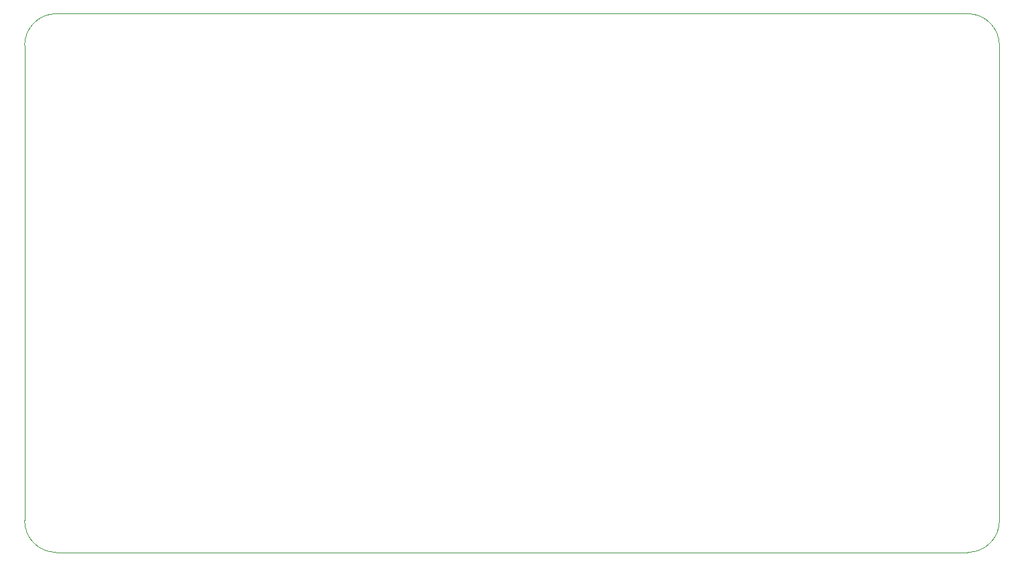
<source format=gbr>
%TF.GenerationSoftware,KiCad,Pcbnew,8.0.3*%
%TF.CreationDate,2025-02-08T18:07:50+07:00*%
%TF.ProjectId,VESC V.2,56455343-2056-42e3-922e-6b696361645f,rev?*%
%TF.SameCoordinates,Original*%
%TF.FileFunction,Profile,NP*%
%FSLAX46Y46*%
G04 Gerber Fmt 4.6, Leading zero omitted, Abs format (unit mm)*
G04 Created by KiCad (PCBNEW 8.0.3) date 2025-02-08 18:07:50*
%MOMM*%
%LPD*%
G01*
G04 APERTURE LIST*
%TA.AperFunction,Profile*%
%ADD10C,0.050000*%
%TD*%
G04 APERTURE END LIST*
D10*
X61000000Y-35000000D02*
G75*
G02*
X65000000Y-31000000I4000000J0D01*
G01*
X184000000Y-95000000D02*
G75*
G02*
X180000000Y-99000000I-4000000J0D01*
G01*
X180000000Y-31000000D02*
G75*
G02*
X184000000Y-35000000I0J-4000000D01*
G01*
X180000000Y-31000000D02*
X65000000Y-31000000D01*
X65000000Y-99000000D02*
G75*
G02*
X61000000Y-95000000I0J4000000D01*
G01*
X61000000Y-35000000D02*
X61000000Y-95000000D01*
X184000000Y-95000000D02*
X184000000Y-35000000D01*
X65000000Y-99000000D02*
X180000000Y-99000000D01*
M02*

</source>
